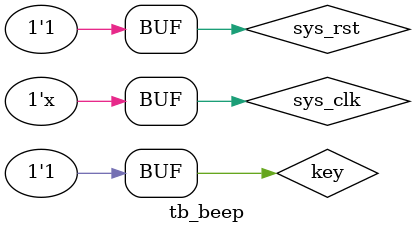
<source format=v>
`timescale 1ns/1ns

module tb_beep();
reg [0:0] sys_clk;
reg [0:0] sys_rst;
reg [0:0] key;
wire [0:0] beep;

parameter CNT_MAX = 20'd15;
parameter CLK_PERIOD = 20;

initial begin
    sys_clk <= 1'b0;
    sys_rst <= 1'b0;
    key <= 1'b1;
    #200
    sys_rst <= 1'b1;

    #40
    key <= 1'b0;
    #30
    key <= 1'b1;
    #30
    key <= 1'b0;
    #2000
    key <= 1'b1;
    #4000

    key <= 1'b0;
    #30
    key <= 1'b1;
    #30
    key <= 1'b0;
    #2000
    key <= 1'b1;
end

always #(CLK_PERIOD / 2) sys_clk <= ~sys_clk;

beep #(
    .CNT_MAX (CNT_MAX)) 
    u_beep (
    .sys_clk (sys_clk),
    .sys_rst (sys_rst),
    .key (key),
    .beep (beep)
);
endmodule
</source>
